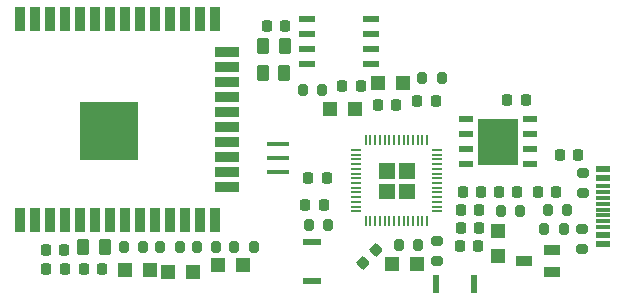
<source format=gtp>
%TF.GenerationSoftware,KiCad,Pcbnew,6.0.7-f9a2dced07~116~ubuntu20.04.1*%
%TF.CreationDate,2022-11-29T22:38:20-05:00*%
%TF.ProjectId,Final_project_no_connector,46696e61-6c5f-4707-926f-6a6563745f6e,rev?*%
%TF.SameCoordinates,Original*%
%TF.FileFunction,Paste,Top*%
%TF.FilePolarity,Positive*%
%FSLAX46Y46*%
G04 Gerber Fmt 4.6, Leading zero omitted, Abs format (unit mm)*
G04 Created by KiCad (PCBNEW 6.0.7-f9a2dced07~116~ubuntu20.04.1) date 2022-11-29 22:38:20*
%MOMM*%
%LPD*%
G01*
G04 APERTURE LIST*
G04 Aperture macros list*
%AMRoundRect*
0 Rectangle with rounded corners*
0 $1 Rounding radius*
0 $2 $3 $4 $5 $6 $7 $8 $9 X,Y pos of 4 corners*
0 Add a 4 corners polygon primitive as box body*
4,1,4,$2,$3,$4,$5,$6,$7,$8,$9,$2,$3,0*
0 Add four circle primitives for the rounded corners*
1,1,$1+$1,$2,$3*
1,1,$1+$1,$4,$5*
1,1,$1+$1,$6,$7*
1,1,$1+$1,$8,$9*
0 Add four rect primitives between the rounded corners*
20,1,$1+$1,$2,$3,$4,$5,0*
20,1,$1+$1,$4,$5,$6,$7,0*
20,1,$1+$1,$6,$7,$8,$9,0*
20,1,$1+$1,$8,$9,$2,$3,0*%
G04 Aperture macros list end*
%ADD10C,0.120000*%
%ADD11RoundRect,0.225000X-0.225000X-0.250000X0.225000X-0.250000X0.225000X0.250000X-0.225000X0.250000X0*%
%ADD12R,1.460500X0.533400*%
%ADD13R,1.219200X0.584200*%
%ADD14R,3.403600X3.987800*%
%ADD15RoundRect,0.200000X0.200000X0.275000X-0.200000X0.275000X-0.200000X-0.275000X0.200000X-0.275000X0*%
%ADD16RoundRect,0.200000X-0.200000X-0.275000X0.200000X-0.275000X0.200000X0.275000X-0.200000X0.275000X0*%
%ADD17RoundRect,0.200000X0.275000X-0.200000X0.275000X0.200000X-0.275000X0.200000X-0.275000X-0.200000X0*%
%ADD18R,1.200000X1.200000*%
%ADD19R,1.900000X0.400000*%
%ADD20RoundRect,0.225000X0.225000X0.250000X-0.225000X0.250000X-0.225000X-0.250000X0.225000X-0.250000X0*%
%ADD21R,1.150000X0.600000*%
%ADD22R,1.150000X0.300000*%
%ADD23RoundRect,0.055000X0.220000X0.695000X-0.220000X0.695000X-0.220000X-0.695000X0.220000X-0.695000X0*%
%ADD24RoundRect,0.200000X-0.275000X0.200000X-0.275000X-0.200000X0.275000X-0.200000X0.275000X0.200000X0*%
%ADD25RoundRect,0.055000X0.695000X-0.220000X0.695000X0.220000X-0.695000X0.220000X-0.695000X-0.220000X0*%
%ADD26R,0.900000X2.000000*%
%ADD27R,2.000000X0.900000*%
%ADD28R,5.000000X5.000000*%
%ADD29RoundRect,0.250000X0.262500X0.450000X-0.262500X0.450000X-0.262500X-0.450000X0.262500X-0.450000X0*%
%ADD30R,1.320800X0.939800*%
%ADD31RoundRect,0.225000X-0.017678X0.335876X-0.335876X0.017678X0.017678X-0.335876X0.335876X-0.017678X0*%
%ADD32RoundRect,0.045000X-0.045000X-0.392500X0.045000X-0.392500X0.045000X0.392500X-0.045000X0.392500X0*%
%ADD33RoundRect,0.045000X0.392500X-0.045000X0.392500X0.045000X-0.392500X0.045000X-0.392500X-0.045000X0*%
%ADD34RoundRect,0.045000X0.045000X0.392500X-0.045000X0.392500X-0.045000X-0.392500X0.045000X-0.392500X0*%
%ADD35RoundRect,0.045000X-0.392500X0.045000X-0.392500X-0.045000X0.392500X-0.045000X0.392500X0.045000X0*%
G04 APERTURE END LIST*
D10*
%TO.C,U1*%
X132300000Y-80650000D02*
X131050000Y-80650000D01*
X131050000Y-80650000D02*
X131050000Y-81900000D01*
X131050000Y-81900000D02*
X132300000Y-81900000D01*
X132300000Y-81900000D02*
X132300000Y-80650000D01*
G36*
X132300000Y-80650000D02*
G01*
X131050000Y-80650000D01*
X131050000Y-81900000D01*
X132300000Y-81900000D01*
X132300000Y-80650000D01*
G37*
X130550000Y-78900000D02*
X129300000Y-78900000D01*
X129300000Y-78900000D02*
X129300000Y-80150000D01*
X129300000Y-80150000D02*
X130550000Y-80150000D01*
X130550000Y-80150000D02*
X130550000Y-78900000D01*
G36*
X130550000Y-78900000D02*
G01*
X129300000Y-78900000D01*
X129300000Y-80150000D01*
X130550000Y-80150000D01*
X130550000Y-78900000D01*
G37*
X132300000Y-78900000D02*
X131050000Y-78900000D01*
X131050000Y-78900000D02*
X131050000Y-80150000D01*
X131050000Y-80150000D02*
X132300000Y-80150000D01*
X132300000Y-80150000D02*
X132300000Y-78900000D01*
G36*
X132300000Y-78900000D02*
G01*
X131050000Y-78900000D01*
X131050000Y-80150000D01*
X132300000Y-80150000D01*
X132300000Y-78900000D01*
G37*
X130550000Y-80650000D02*
X129300000Y-80650000D01*
X129300000Y-80650000D02*
X129300000Y-81900000D01*
X129300000Y-81900000D02*
X130550000Y-81900000D01*
X130550000Y-81900000D02*
X130550000Y-80650000D01*
G36*
X130550000Y-80650000D02*
G01*
X129300000Y-80650000D01*
X129300000Y-81900000D01*
X130550000Y-81900000D01*
X130550000Y-80650000D01*
G37*
%TD*%
D11*
%TO.C,C1*%
X140195000Y-73609200D03*
X141745000Y-73609200D03*
%TD*%
%TO.C,C3*%
X129225000Y-74041000D03*
X130775000Y-74041000D03*
%TD*%
D12*
%TO.C,U5*%
X123225850Y-66745000D03*
X123225850Y-68015000D03*
X123225850Y-69285000D03*
X123225850Y-70555000D03*
X128674150Y-70555000D03*
X128674150Y-69285000D03*
X128674150Y-68015000D03*
X128674150Y-66745000D03*
%TD*%
D11*
%TO.C,C11*%
X136409000Y-81400000D03*
X137959000Y-81400000D03*
%TD*%
%TO.C,C10*%
X123075000Y-82450000D03*
X124625000Y-82450000D03*
%TD*%
%TO.C,C16*%
X101166000Y-87900000D03*
X102716000Y-87900000D03*
%TD*%
D13*
%TO.C,U3*%
X136707600Y-75195000D03*
X136707600Y-76465000D03*
X136707600Y-77735000D03*
X136707600Y-79005000D03*
X142092400Y-79005000D03*
X142092400Y-77735000D03*
X142092400Y-76465000D03*
X142092400Y-75195000D03*
D14*
X139400000Y-77100000D03*
%TD*%
D15*
%TO.C,R11*%
X109360000Y-86000000D03*
X107710000Y-86000000D03*
%TD*%
%TO.C,R6*%
X145274800Y-82931000D03*
X143624800Y-82931000D03*
%TD*%
D11*
%TO.C,C14*%
X104325000Y-87900000D03*
X105875000Y-87900000D03*
%TD*%
D15*
%TO.C,R8*%
X141290000Y-83000000D03*
X139640000Y-83000000D03*
%TD*%
D16*
%TO.C,R10*%
X110810000Y-86000000D03*
X112460000Y-86000000D03*
%TD*%
D17*
%TO.C,R3*%
X134239000Y-87185000D03*
X134239000Y-85535000D03*
%TD*%
D15*
%TO.C,R7*%
X132625000Y-85852000D03*
X130975000Y-85852000D03*
%TD*%
D18*
%TO.C,D2*%
X139400000Y-86750000D03*
X139400000Y-84650000D03*
%TD*%
%TO.C,D7*%
X125150000Y-74300000D03*
X127250000Y-74300000D03*
%TD*%
D11*
%TO.C,C4*%
X123325000Y-80200000D03*
X124875000Y-80200000D03*
%TD*%
D16*
%TO.C,R12*%
X113910000Y-86000000D03*
X115560000Y-86000000D03*
%TD*%
D19*
%TO.C,Y1*%
X120777000Y-77286000D03*
X120777000Y-78486000D03*
X120777000Y-79686000D03*
%TD*%
D11*
%TO.C,C13*%
X144614600Y-78257400D03*
X146164600Y-78257400D03*
%TD*%
D20*
%TO.C,C17*%
X127775000Y-72390000D03*
X126225000Y-72390000D03*
%TD*%
D21*
%TO.C,J1*%
X148248000Y-85800800D03*
X148248000Y-85000800D03*
D22*
X148248000Y-83850800D03*
X148248000Y-82850800D03*
X148248000Y-82350800D03*
X148248000Y-81350800D03*
D21*
X148248000Y-79400800D03*
X148248000Y-80200800D03*
D22*
X148248000Y-80850800D03*
X148248000Y-81850800D03*
X148248000Y-83350800D03*
X148248000Y-84350800D03*
%TD*%
D11*
%TO.C,C8*%
X136252800Y-84400000D03*
X137802800Y-84400000D03*
%TD*%
D23*
%TO.C,S2*%
X137388000Y-89154000D03*
X134138000Y-89154000D03*
%TD*%
D24*
%TO.C,R4*%
X146507200Y-84519000D03*
X146507200Y-86169000D03*
%TD*%
D25*
%TO.C,S1*%
X123650000Y-88875000D03*
X123650000Y-85625000D03*
%TD*%
D17*
%TO.C,R1*%
X146558000Y-81444600D03*
X146558000Y-79794600D03*
%TD*%
D16*
%TO.C,R13*%
X117060000Y-86050000D03*
X118710000Y-86050000D03*
%TD*%
D26*
%TO.C,U4*%
X98940000Y-83700000D03*
X100210000Y-83700000D03*
X101480000Y-83700000D03*
X102750000Y-83700000D03*
X104020000Y-83700000D03*
X105290000Y-83700000D03*
X106560000Y-83700000D03*
X107830000Y-83700000D03*
X109100000Y-83700000D03*
X110370000Y-83700000D03*
X111640000Y-83700000D03*
X112910000Y-83700000D03*
X114180000Y-83700000D03*
X115450000Y-83700000D03*
D27*
X116450000Y-80915000D03*
X116450000Y-79645000D03*
X116450000Y-78375000D03*
X116450000Y-77105000D03*
X116450000Y-75835000D03*
X116450000Y-74565000D03*
X116450000Y-73295000D03*
X116450000Y-72025000D03*
X116450000Y-70755000D03*
X116450000Y-69485000D03*
D26*
X115450000Y-66700000D03*
X114180000Y-66700000D03*
X112910000Y-66700000D03*
X111640000Y-66700000D03*
X110370000Y-66700000D03*
X109100000Y-66700000D03*
X107830000Y-66700000D03*
X106560000Y-66700000D03*
X105290000Y-66700000D03*
X104020000Y-66700000D03*
X102750000Y-66700000D03*
X101480000Y-66700000D03*
X100210000Y-66700000D03*
X98940000Y-66700000D03*
D28*
X106440000Y-76200000D03*
%TD*%
D18*
%TO.C,D6*%
X131350000Y-72150000D03*
X129250000Y-72150000D03*
%TD*%
D29*
%TO.C,R16*%
X121312500Y-71250000D03*
X119487500Y-71250000D03*
%TD*%
%TO.C,R9*%
X106112500Y-86000000D03*
X104287500Y-86000000D03*
%TD*%
D15*
%TO.C,R5*%
X144970000Y-84531200D03*
X143320000Y-84531200D03*
%TD*%
D11*
%TO.C,C18*%
X119798800Y-67284600D03*
X121348800Y-67284600D03*
%TD*%
%TO.C,C12*%
X142784000Y-81400000D03*
X144334000Y-81400000D03*
%TD*%
D30*
%TO.C,U2*%
X143968600Y-88148201D03*
X143968600Y-86248199D03*
X141578200Y-87198200D03*
%TD*%
D15*
%TO.C,R17*%
X124525000Y-72700000D03*
X122875000Y-72700000D03*
%TD*%
D20*
%TO.C,C15*%
X102675000Y-86300000D03*
X101125000Y-86300000D03*
%TD*%
D11*
%TO.C,C9*%
X136275000Y-82900000D03*
X137825000Y-82900000D03*
%TD*%
%TO.C,C6*%
X136175000Y-85950000D03*
X137725000Y-85950000D03*
%TD*%
D31*
%TO.C,C5*%
X129098008Y-86301992D03*
X128001992Y-87398008D03*
%TD*%
D11*
%TO.C,C7*%
X139458400Y-81400000D03*
X141008400Y-81400000D03*
%TD*%
D18*
%TO.C,D4*%
X109889000Y-88011000D03*
X107789000Y-88011000D03*
%TD*%
%TO.C,D3*%
X111472000Y-88138000D03*
X113572000Y-88138000D03*
%TD*%
D29*
%TO.C,R15*%
X121359300Y-69037200D03*
X119534300Y-69037200D03*
%TD*%
D18*
%TO.C,D5*%
X115688400Y-87528400D03*
X117788400Y-87528400D03*
%TD*%
D16*
%TO.C,R14*%
X132975000Y-71755000D03*
X134625000Y-71755000D03*
%TD*%
D15*
%TO.C,R2*%
X125025000Y-84150000D03*
X123375000Y-84150000D03*
%TD*%
D11*
%TO.C,C2*%
X132575000Y-73660000D03*
X134125000Y-73660000D03*
%TD*%
D18*
%TO.C,D1*%
X132495000Y-87503000D03*
X130395000Y-87503000D03*
%TD*%
D32*
%TO.C,U1*%
X133400000Y-76962500D03*
X133000000Y-76962500D03*
X132600000Y-76962500D03*
X132200000Y-76962500D03*
X131800000Y-76962500D03*
X131400000Y-76962500D03*
X131000000Y-76962500D03*
X130600000Y-76962500D03*
X130200000Y-76962500D03*
X129800000Y-76962500D03*
X129400000Y-76962500D03*
X129000000Y-76962500D03*
X128600000Y-76962500D03*
X128200000Y-76962500D03*
D33*
X127362500Y-77800000D03*
X127362500Y-78200000D03*
X127362500Y-78600000D03*
X127362500Y-79000000D03*
X127362500Y-79400000D03*
X127362500Y-79800000D03*
X127362500Y-80200000D03*
X127362500Y-80600000D03*
X127362500Y-81000000D03*
X127362500Y-81400000D03*
X127362500Y-81800000D03*
X127362500Y-82200000D03*
X127362500Y-82600000D03*
X127362500Y-83000000D03*
D34*
X128200000Y-83837500D03*
X128600000Y-83837500D03*
X129000000Y-83837500D03*
X129400000Y-83837500D03*
X129800000Y-83837500D03*
X130200000Y-83837500D03*
X130600000Y-83837500D03*
X131000000Y-83837500D03*
X131400000Y-83837500D03*
X131800000Y-83837500D03*
X132200000Y-83837500D03*
X132600000Y-83837500D03*
X133000000Y-83837500D03*
X133400000Y-83837500D03*
D35*
X134237500Y-83000000D03*
X134237500Y-82600000D03*
X134237500Y-82200000D03*
X134237500Y-81800000D03*
X134237500Y-81400000D03*
X134237500Y-81000000D03*
X134237500Y-80600000D03*
X134237500Y-80200000D03*
X134237500Y-79800000D03*
X134237500Y-79400000D03*
X134237500Y-79000000D03*
X134237500Y-78600000D03*
X134237500Y-78200000D03*
X134237500Y-77800000D03*
%TD*%
M02*

</source>
